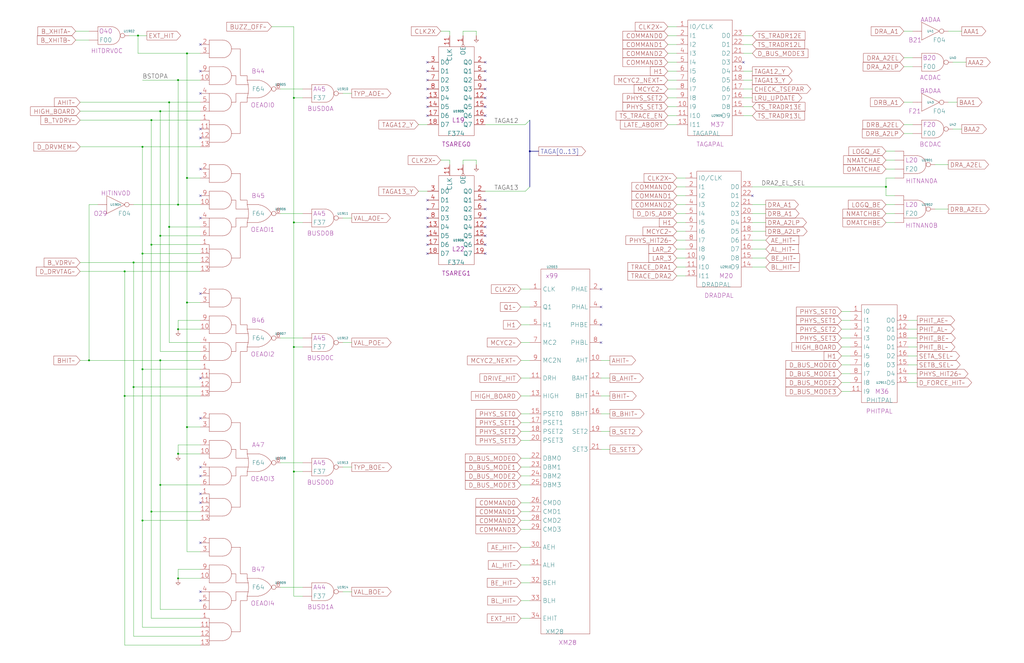
<source format=kicad_sch>
(kicad_sch (version 20230121) (generator eeschema)
  (paper "User" 584.2 378.46)
  (title_block (title "HIT LOGIC") (date "08-MAR-90") (rev "0.0") (comment 1 "MEM32 BOARD") (comment 2 "232-003066") (comment 3 "S400") (comment 4 "RELEASED"))
  (junction (at 81.28 297.18))
  (junction (at 505.46 106.68))
  (junction (at 106.68 101.6))
  (junction (at 81.28 210.82))
  (junction (at 101.6 116.84))
  (junction (at 101.6 45.72))
  (junction (at 76.2 220.98))
  (junction (at 86.36 139.7))
  (junction (at 167.64 198.12))
  (junction (at 106.68 243.84))
  (junction (at 91.44 63.5))
  (junction (at 106.68 30.48))
  (junction (at 86.36 68.58))
  (junction (at 71.12 226.06))
  (junction (at 106.68 172.72))
  (junction (at 76.2 149.86))
  (junction (at 101.6 187.96))
  (junction (at 86.36 292.1))
  (junction (at 91.44 276.86))
  (junction (at 101.6 259.08))
  (junction (at 96.52 58.42))
  (junction (at 91.44 134.62))
  (junction (at 96.52 129.54))
  (junction (at 91.44 205.74))
  (junction (at 302.26 86.36))
  (junction (at 81.28 83.82))
  (junction (at 167.64 269.24))
  (junction (at 78.74 20.32))
  (junction (at 167.64 55.88))
  (junction (at 71.12 154.94))
  (junction (at 81.28 144.78))
  (junction (at 101.6 330.2))
  (junction (at 167.64 127))
  (junction (at 50.8 205.74))
  (no_connect (at 114.3 287.02))
  (no_connect (at 114.3 96.52))
  (no_connect (at 342.9 175.26))
  (no_connect (at 243.84 129.54))
  (no_connect (at 342.9 165.1))
  (no_connect (at 276.86 129.54))
  (no_connect (at 342.9 185.42))
  (no_connect (at 114.3 73.66))
  (no_connect (at 114.3 124.46))
  (no_connect (at 276.86 139.7))
  (no_connect (at 114.3 53.34))
  (no_connect (at 114.3 238.76))
  (no_connect (at 114.3 40.64))
  (no_connect (at 114.3 266.7))
  (no_connect (at 424.18 35.56))
  (no_connect (at 114.3 167.64))
  (no_connect (at 114.3 78.74))
  (no_connect (at 276.86 124.46))
  (no_connect (at 114.3 281.94))
  (no_connect (at 276.86 35.56))
  (no_connect (at 114.3 309.88))
  (no_connect (at 243.84 40.64))
  (no_connect (at 243.84 134.62))
  (no_connect (at 243.84 55.88))
  (no_connect (at 243.84 50.8))
  (no_connect (at 114.3 337.82))
  (no_connect (at 276.86 114.3))
  (no_connect (at 114.3 111.76))
  (no_connect (at 243.84 66.04))
  (no_connect (at 276.86 119.38))
  (no_connect (at 243.84 35.56))
  (no_connect (at 276.86 45.72))
  (no_connect (at 114.3 25.4))
  (no_connect (at 276.86 40.64))
  (no_connect (at 276.86 60.96))
  (no_connect (at 114.3 215.9))
  (no_connect (at 342.9 195.58))
  (no_connect (at 276.86 66.04))
  (no_connect (at 276.86 55.88))
  (no_connect (at 243.84 139.7))
  (no_connect (at 243.84 60.96))
  (no_connect (at 243.84 144.78))
  (no_connect (at 243.84 114.3))
  (no_connect (at 114.3 342.9))
  (no_connect (at 114.3 271.78))
  (no_connect (at 276.86 144.78))
  (no_connect (at 243.84 124.46))
  (no_connect (at 243.84 45.72))
  (no_connect (at 276.86 134.62))
  (no_connect (at 243.84 119.38))
  (no_connect (at 276.86 50.8))
  (no_connect (at 429.26 111.76))
  (bus_entry (at 302.26 68.58) (size -2.54 2.54))
  (bus_entry (at 302.26 106.68) (size -2.54 2.54))
  (wire (pts (xy 195.58 53.34) (xy 200.66 53.34)))
  (wire (pts (xy 505.46 96.52) (xy 510.54 96.52)))
  (wire (pts (xy 297.18 287.02) (xy 302.26 287.02)))
  (wire (pts (xy 167.64 340.36) (xy 172.72 340.36)))
  (wire (pts (xy 386.08 132.08) (xy 391.16 132.08)))
  (wire (pts (xy 271.78 91.44) (xy 271.78 93.98)))
  (wire (pts (xy 81.28 297.18) (xy 114.3 297.18)))
  (wire (pts (xy 386.08 116.84) (xy 391.16 116.84)))
  (wire (pts (xy 297.18 261.62) (xy 302.26 261.62)))
  (wire (pts (xy 543.56 73.66) (xy 548.64 73.66)))
  (wire (pts (xy 195.58 266.7) (xy 200.66 266.7)))
  (wire (pts (xy 381 60.96) (xy 386.08 60.96)))
  (wire (pts (xy 114.3 101.6) (xy 106.68 101.6)))
  (wire (pts (xy 45.72 205.74) (xy 50.8 205.74)))
  (wire (pts (xy 386.08 147.32) (xy 391.16 147.32)))
  (wire (pts (xy 429.26 121.92) (xy 436.88 121.92)))
  (wire (pts (xy 381 20.32) (xy 386.08 20.32)))
  (wire (pts (xy 114.3 314.96) (xy 106.68 314.96)))
  (wire (pts (xy 518.16 187.96) (xy 523.24 187.96)))
  (wire (pts (xy 114.3 139.7) (xy 86.36 139.7)))
  (wire (pts (xy 505.46 111.76) (xy 505.46 106.68)))
  (wire (pts (xy 429.26 152.4) (xy 436.88 152.4)))
  (wire (pts (xy 297.18 195.58) (xy 302.26 195.58)))
  (wire (pts (xy 167.64 127) (xy 167.64 198.12)))
  (wire (pts (xy 71.12 154.94) (xy 114.3 154.94)))
  (wire (pts (xy 505.46 91.44) (xy 510.54 91.44)))
  (wire (pts (xy 429.26 142.24) (xy 436.88 142.24)))
  (wire (pts (xy 154.94 15.24) (xy 167.64 15.24)))
  (wire (pts (xy 297.18 165.1) (xy 302.26 165.1)))
  (wire (pts (xy 91.44 200.66) (xy 91.44 134.62)))
  (wire (pts (xy 78.74 30.48) (xy 106.68 30.48)))
  (wire (pts (xy 73.66 20.32) (xy 78.74 20.32)))
  (wire (pts (xy 86.36 68.58) (xy 114.3 68.58)))
  (wire (pts (xy 50.8 116.84) (xy 55.88 116.84)))
  (wire (pts (xy 78.74 20.32) (xy 83.82 20.32)))
  (wire (pts (xy 45.72 149.86) (xy 76.2 149.86)))
  (wire (pts (xy 114.3 254) (xy 101.6 254)))
  (wire (pts (xy 91.44 134.62) (xy 91.44 63.5)))
  (wire (pts (xy 114.3 325.12) (xy 101.6 325.12)))
  (wire (pts (xy 480.06 177.8) (xy 485.14 177.8)))
  (wire (pts (xy 86.36 139.7) (xy 86.36 68.58)))
  (wire (pts (xy 518.16 193.04) (xy 523.24 193.04)))
  (wire (pts (xy 91.44 205.74) (xy 114.3 205.74)))
  (wire (pts (xy 480.06 213.36) (xy 485.14 213.36)))
  (wire (pts (xy 424.18 66.04) (xy 429.26 66.04)))
  (wire (pts (xy 480.06 193.04) (xy 485.14 193.04)))
  (wire (pts (xy 297.18 205.74) (xy 302.26 205.74)))
  (wire (pts (xy 114.3 368.3) (xy 71.12 368.3)))
  (wire (pts (xy 342.9 226.06) (xy 347.98 226.06)))
  (wire (pts (xy 424.18 20.32) (xy 429.26 20.32)))
  (wire (pts (xy 264.16 17.78) (xy 264.16 20.32)))
  (wire (pts (xy 424.18 50.8) (xy 429.26 50.8)))
  (wire (pts (xy 114.3 134.62) (xy 91.44 134.62)))
  (wire (pts (xy 505.46 101.6) (xy 505.46 106.68)))
  (wire (pts (xy 101.6 254) (xy 101.6 259.08)))
  (wire (pts (xy 515.62 58.42) (xy 520.7 58.42)))
  (wire (pts (xy 101.6 45.72) (xy 114.3 45.72)))
  (wire (pts (xy 81.28 83.82) (xy 114.3 83.82)))
  (wire (pts (xy 386.08 127) (xy 391.16 127)))
  (bus (pts (xy 307.34 86.36) (xy 302.26 86.36)))
  (wire (pts (xy 43.18 22.86) (xy 50.8 22.86)))
  (wire (pts (xy 114.3 195.58) (xy 96.52 195.58)))
  (wire (pts (xy 429.26 137.16) (xy 436.88 137.16)))
  (wire (pts (xy 480.06 198.12) (xy 485.14 198.12)))
  (wire (pts (xy 45.72 63.5) (xy 91.44 63.5)))
  (wire (pts (xy 76.2 220.98) (xy 76.2 363.22)))
  (wire (pts (xy 297.18 302.26) (xy 302.26 302.26)))
  (wire (pts (xy 114.3 200.66) (xy 91.44 200.66)))
  (wire (pts (xy 297.18 185.42) (xy 302.26 185.42)))
  (bus (pts (xy 302.26 86.36) (xy 302.26 68.58)))
  (wire (pts (xy 381 35.56) (xy 386.08 35.56)))
  (wire (pts (xy 76.2 149.86) (xy 76.2 220.98)))
  (wire (pts (xy 195.58 124.46) (xy 200.66 124.46)))
  (wire (pts (xy 541.02 17.78) (xy 548.64 17.78)))
  (wire (pts (xy 505.46 86.36) (xy 510.54 86.36)))
  (wire (pts (xy 45.72 68.58) (xy 86.36 68.58)))
  (wire (pts (xy 505.46 127) (xy 510.54 127)))
  (wire (pts (xy 424.18 25.4) (xy 429.26 25.4)))
  (wire (pts (xy 381 15.24) (xy 386.08 15.24)))
  (wire (pts (xy 381 55.88) (xy 386.08 55.88)))
  (wire (pts (xy 342.9 256.54) (xy 347.98 256.54)))
  (wire (pts (xy 114.3 129.54) (xy 96.52 129.54)))
  (wire (pts (xy 251.46 17.78) (xy 256.54 17.78)))
  (wire (pts (xy 424.18 55.88) (xy 429.26 55.88)))
  (wire (pts (xy 81.28 297.18) (xy 81.28 210.82)))
  (wire (pts (xy 342.9 215.9) (xy 347.98 215.9)))
  (wire (pts (xy 297.18 332.74) (xy 302.26 332.74)))
  (wire (pts (xy 297.18 271.78) (xy 302.26 271.78)))
  (wire (pts (xy 518.16 203.2) (xy 523.24 203.2)))
  (wire (pts (xy 297.18 226.06) (xy 302.26 226.06)))
  (wire (pts (xy 101.6 325.12) (xy 101.6 330.2)))
  (wire (pts (xy 342.9 236.22) (xy 347.98 236.22)))
  (wire (pts (xy 381 50.8) (xy 386.08 50.8)))
  (wire (pts (xy 101.6 116.84) (xy 101.6 45.72)))
  (wire (pts (xy 386.08 137.16) (xy 391.16 137.16)))
  (wire (pts (xy 386.08 111.76) (xy 391.16 111.76)))
  (wire (pts (xy 276.86 71.12) (xy 299.72 71.12)))
  (wire (pts (xy 518.16 182.88) (xy 523.24 182.88)))
  (wire (pts (xy 238.76 109.22) (xy 243.84 109.22)))
  (wire (pts (xy 81.28 210.82) (xy 114.3 210.82)))
  (wire (pts (xy 297.18 292.1) (xy 302.26 292.1)))
  (wire (pts (xy 167.64 269.24) (xy 167.64 340.36)))
  (wire (pts (xy 297.18 353.06) (xy 302.26 353.06)))
  (wire (pts (xy 429.26 132.08) (xy 436.88 132.08)))
  (wire (pts (xy 160.02 264.16) (xy 172.72 264.16)))
  (wire (pts (xy 96.52 129.54) (xy 96.52 58.42)))
  (wire (pts (xy 167.64 198.12) (xy 172.72 198.12)))
  (wire (pts (xy 386.08 101.6) (xy 391.16 101.6)))
  (wire (pts (xy 91.44 276.86) (xy 114.3 276.86)))
  (wire (pts (xy 71.12 226.06) (xy 114.3 226.06)))
  (wire (pts (xy 424.18 60.96) (xy 429.26 60.96)))
  (wire (pts (xy 45.72 154.94) (xy 71.12 154.94)))
  (wire (pts (xy 106.68 314.96) (xy 106.68 243.84)))
  (wire (pts (xy 81.28 45.72) (xy 101.6 45.72)))
  (wire (pts (xy 114.3 353.06) (xy 86.36 353.06)))
  (wire (pts (xy 429.26 106.68) (xy 505.46 106.68)))
  (wire (pts (xy 424.18 40.64) (xy 429.26 40.64)))
  (wire (pts (xy 342.9 246.38) (xy 347.98 246.38)))
  (wire (pts (xy 518.16 218.44) (xy 523.24 218.44)))
  (wire (pts (xy 533.4 119.38) (xy 541.02 119.38)))
  (wire (pts (xy 515.62 76.2) (xy 520.7 76.2)))
  (wire (pts (xy 81.28 210.82) (xy 81.28 144.78)))
  (wire (pts (xy 114.3 182.88) (xy 101.6 182.88)))
  (wire (pts (xy 71.12 368.3) (xy 71.12 226.06)))
  (wire (pts (xy 167.64 55.88) (xy 172.72 55.88)))
  (wire (pts (xy 101.6 187.96) (xy 114.3 187.96)))
  (wire (pts (xy 86.36 292.1) (xy 86.36 353.06)))
  (wire (pts (xy 86.36 139.7) (xy 86.36 292.1)))
  (wire (pts (xy 86.36 292.1) (xy 114.3 292.1)))
  (wire (pts (xy 381 66.04) (xy 386.08 66.04)))
  (wire (pts (xy 96.52 58.42) (xy 114.3 58.42)))
  (wire (pts (xy 160.02 50.8) (xy 172.72 50.8)))
  (wire (pts (xy 106.68 172.72) (xy 106.68 101.6)))
  (wire (pts (xy 160.02 335.28) (xy 172.72 335.28)))
  (wire (pts (xy 297.18 246.38) (xy 302.26 246.38)))
  (wire (pts (xy 480.06 218.44) (xy 485.14 218.44)))
  (wire (pts (xy 264.16 91.44) (xy 264.16 93.98)))
  (wire (pts (xy 76.2 149.86) (xy 114.3 149.86)))
  (wire (pts (xy 81.28 358.14) (xy 81.28 297.18)))
  (wire (pts (xy 505.46 116.84) (xy 510.54 116.84)))
  (wire (pts (xy 106.68 101.6) (xy 106.68 30.48)))
  (wire (pts (xy 297.18 266.7) (xy 302.26 266.7)))
  (wire (pts (xy 518.16 198.12) (xy 523.24 198.12)))
  (wire (pts (xy 505.46 101.6) (xy 510.54 101.6)))
  (wire (pts (xy 424.18 30.48) (xy 429.26 30.48)))
  (wire (pts (xy 480.06 203.2) (xy 485.14 203.2)))
  (wire (pts (xy 276.86 109.22) (xy 299.72 109.22)))
  (wire (pts (xy 297.18 297.18) (xy 302.26 297.18)))
  (wire (pts (xy 45.72 83.82) (xy 81.28 83.82)))
  (wire (pts (xy 297.18 241.3) (xy 302.26 241.3)))
  (wire (pts (xy 429.26 127) (xy 436.88 127)))
  (wire (pts (xy 271.78 17.78) (xy 264.16 17.78)))
  (wire (pts (xy 160.02 193.04) (xy 172.72 193.04)))
  (wire (pts (xy 480.06 223.52) (xy 485.14 223.52)))
  (wire (pts (xy 505.46 121.92) (xy 510.54 121.92)))
  (wire (pts (xy 106.68 172.72) (xy 114.3 172.72)))
  (wire (pts (xy 256.54 91.44) (xy 256.54 93.98)))
  (wire (pts (xy 50.8 205.74) (xy 50.8 116.84)))
  (wire (pts (xy 167.64 127) (xy 172.72 127)))
  (wire (pts (xy 297.18 236.22) (xy 302.26 236.22)))
  (wire (pts (xy 515.62 71.12) (xy 520.7 71.12)))
  (wire (pts (xy 386.08 157.48) (xy 391.16 157.48)))
  (wire (pts (xy 106.68 243.84) (xy 106.68 172.72)))
  (wire (pts (xy 195.58 337.82) (xy 200.66 337.82)))
  (wire (pts (xy 78.74 30.48) (xy 78.74 20.32)))
  (wire (pts (xy 91.44 276.86) (xy 91.44 205.74)))
  (wire (pts (xy 429.26 116.84) (xy 436.88 116.84)))
  (wire (pts (xy 297.18 215.9) (xy 302.26 215.9)))
  (wire (pts (xy 167.64 15.24) (xy 167.64 55.88)))
  (wire (pts (xy 195.58 195.58) (xy 200.66 195.58)))
  (wire (pts (xy 480.06 208.28) (xy 485.14 208.28)))
  (wire (pts (xy 160.02 121.92) (xy 172.72 121.92)))
  (wire (pts (xy 533.4 93.98) (xy 541.02 93.98)))
  (wire (pts (xy 251.46 91.44) (xy 256.54 91.44)))
  (wire (pts (xy 480.06 187.96) (xy 485.14 187.96)))
  (wire (pts (xy 386.08 142.24) (xy 391.16 142.24)))
  (wire (pts (xy 91.44 63.5) (xy 114.3 63.5)))
  (wire (pts (xy 106.68 30.48) (xy 114.3 30.48)))
  (wire (pts (xy 167.64 269.24) (xy 172.72 269.24)))
  (wire (pts (xy 114.3 144.78) (xy 81.28 144.78)))
  (wire (pts (xy 81.28 144.78) (xy 81.28 83.82)))
  (wire (pts (xy 342.9 205.74) (xy 347.98 205.74)))
  (wire (pts (xy 520.7 17.78) (xy 515.62 17.78)))
  (wire (pts (xy 386.08 121.92) (xy 391.16 121.92)))
  (wire (pts (xy 510.54 111.76) (xy 505.46 111.76)))
  (wire (pts (xy 101.6 182.88) (xy 101.6 187.96)))
  (wire (pts (xy 114.3 116.84) (xy 101.6 116.84)))
  (wire (pts (xy 71.12 226.06) (xy 71.12 154.94)))
  (wire (pts (xy 106.68 243.84) (xy 114.3 243.84)))
  (wire (pts (xy 114.3 220.98) (xy 76.2 220.98)))
  (wire (pts (xy 167.64 55.88) (xy 167.64 127)))
  (wire (pts (xy 515.62 33.02) (xy 520.7 33.02)))
  (wire (pts (xy 297.18 175.26) (xy 302.26 175.26)))
  (wire (pts (xy 541.02 58.42) (xy 546.1 58.42)))
  (wire (pts (xy 91.44 347.98) (xy 91.44 276.86)))
  (wire (pts (xy 50.8 205.74) (xy 91.44 205.74)))
  (wire (pts (xy 381 25.4) (xy 386.08 25.4)))
  (wire (pts (xy 114.3 363.22) (xy 76.2 363.22)))
  (wire (pts (xy 114.3 358.14) (xy 81.28 358.14)))
  (wire (pts (xy 381 45.72) (xy 386.08 45.72)))
  (wire (pts (xy 297.18 322.58) (xy 302.26 322.58)))
  (wire (pts (xy 381 40.64) (xy 386.08 40.64)))
  (wire (pts (xy 238.76 71.12) (xy 243.84 71.12)))
  (wire (pts (xy 386.08 152.4) (xy 391.16 152.4)))
  (wire (pts (xy 45.72 58.42) (xy 96.52 58.42)))
  (wire (pts (xy 114.3 347.98) (xy 91.44 347.98)))
  (wire (pts (xy 518.16 213.36) (xy 523.24 213.36)))
  (wire (pts (xy 43.18 17.78) (xy 50.8 17.78)))
  (wire (pts (xy 543.56 35.56) (xy 551.18 35.56)))
  (wire (pts (xy 480.06 182.88) (xy 485.14 182.88)))
  (wire (pts (xy 101.6 259.08) (xy 114.3 259.08)))
  (bus (pts (xy 302.26 86.36) (xy 302.26 106.68)))
  (wire (pts (xy 297.18 251.46) (xy 302.26 251.46)))
  (wire (pts (xy 515.62 38.1) (xy 520.7 38.1)))
  (wire (pts (xy 297.18 312.42) (xy 302.26 312.42)))
  (wire (pts (xy 429.26 147.32) (xy 436.88 147.32)))
  (wire (pts (xy 76.2 116.84) (xy 101.6 116.84)))
  (wire (pts (xy 271.78 91.44) (xy 264.16 91.44)))
  (wire (pts (xy 518.16 208.28) (xy 523.24 208.28)))
  (wire (pts (xy 256.54 17.78) (xy 256.54 20.32)))
  (wire (pts (xy 297.18 342.9) (xy 302.26 342.9)))
  (wire (pts (xy 381 71.12) (xy 386.08 71.12)))
  (wire (pts (xy 101.6 330.2) (xy 114.3 330.2)))
  (wire (pts (xy 297.18 276.86) (xy 302.26 276.86)))
  (wire (pts (xy 381 30.48) (xy 386.08 30.48)))
  (wire (pts (xy 424.18 45.72) (xy 429.26 45.72)))
  (wire (pts (xy 96.52 195.58) (xy 96.52 129.54)))
  (wire (pts (xy 271.78 17.78) (xy 271.78 20.32)))
  (wire (pts (xy 386.08 106.68) (xy 391.16 106.68)))
  (wire (pts (xy 167.64 198.12) (xy 167.64 269.24)))
  (label "TAGA13" (at 281.94 109.22 0) (effects (font (size 2.54 2.54))))
  (label "TAGA12" (at 281.94 71.12 0) (effects (font (size 2.54 2.54))))
  (label "DRA2_EL_SEL" (at 434.34 106.68 0) (effects (font (size 2.54 2.54))))
  (label "BSTOPA" (at 81.28 45.72 0) (effects (font (size 2.54 2.54))))
  (global_label "COMMAND3" (shape input) (at 297.18 302.26 180) (effects (font (size 2.54 2.54))) (property "Intersheetrefs" "${INTERSHEET_REFS}" (at 271.5502 302.1013 0) (effects (font (size 1.905 1.905)) (justify right))))
  (global_label "COMMAND0" (shape input) (at 381 20.32 180) (effects (font (size 2.54 2.54))) (property "Intersheetrefs" "${INTERSHEET_REFS}" (at 355.3702 20.1613 0) (effects (font (size 1.905 1.905)) (justify right))))
  (global_label "COMMAND0" (shape input) (at 297.18 287.02 180) (effects (font (size 2.54 2.54))) (property "Intersheetrefs" "${INTERSHEET_REFS}" (at 271.5502 286.8613 0) (effects (font (size 1.905 1.905)) (justify right))))
  (global_label "AE_HIT~" (shape input) (at 436.88 137.16 0) (effects (font (size 2.54 2.54))) (property "Intersheetrefs" "${INTERSHEET_REFS}" (at 456.7209 137.16 0) (effects (justify left))))
  (global_label "CLK2X" (shape input) (at 251.46 17.78 180) (effects (font (size 2.54 2.54))) (property "Intersheetrefs" "${INTERSHEET_REFS}" (at 227.7654 17.6213 0) (effects (font (size 1.905 1.905)) (justify right))))
  (global_label "B_XHITA~" (shape input) (at 43.18 17.78 180) (effects (font (size 2.54 2.54))) (property "Intersheetrefs" "${INTERSHEET_REFS}" (at 21.6626 17.6213 0) (effects (font (size 1.905 1.905)) (justify right))))
  (global_label "BAA2" (shape output) (at 548.64 73.66 0) (effects (font (size 2.54 2.54))) (property "Intersheetrefs" "${INTERSHEET_REFS}" (at 563.4461 73.66 0) (effects (justify left))))
  (global_label "MCYC2~" (shape input) (at 386.08 132.08 180) (effects (font (size 2.54 2.54))) (property "Intersheetrefs" "${INTERSHEET_REFS}" (at 366.8607 131.9213 0) (effects (font (size 1.905 1.905)) (justify right))))
  (global_label "B_BHIT~" (shape output) (at 347.98 236.22 0) (effects (font (size 2.54 2.54))) (property "Intersheetrefs" "${INTERSHEET_REFS}" (at 367.4412 236.0613 0) (effects (font (size 1.905 1.905)) (justify left))))
  (global_label "AHIT~" (shape input) (at 45.72 58.42 180) (effects (font (size 2.54 2.54))) (property "Intersheetrefs" "${INTERSHEET_REFS}" (at 31.0969 58.2613 0) (effects (font (size 1.905 1.905)) (justify right))))
  (global_label "DRA_A1" (shape output) (at 436.88 116.84 0) (effects (font (size 2.54 2.54))) (property "Intersheetrefs" "${INTERSHEET_REFS}" (at 455.4946 116.6813 0) (effects (font (size 1.905 1.905)) (justify left))))
  (global_label "LATE_ABORT" (shape input) (at 381 71.12 180) (effects (font (size 2.54 2.54))) (property "Intersheetrefs" "${INTERSHEET_REFS}" (at 353.9188 70.9613 0) (effects (font (size 1.905 1.905)) (justify right))))
  (global_label "TYP_BOE~" (shape output) (at 200.66 266.7 0) (effects (font (size 2.54 2.54))) (property "Intersheetrefs" "${INTERSHEET_REFS}" (at 223.387 266.5413 0) (effects (font (size 1.905 1.905)) (justify left))))
  (global_label "BHIT~" (shape output) (at 347.98 226.06 0) (effects (font (size 2.54 2.54))) (property "Intersheetrefs" "${INTERSHEET_REFS}" (at 362.966 225.9013 0) (effects (font (size 1.905 1.905)) (justify left))))
  (global_label "D_BUS_MODE3" (shape input) (at 429.26 30.48 0) (effects (font (size 2.54 2.54))) (property "Intersheetrefs" "${INTERSHEET_REFS}" (at 460.9374 30.3213 0) (effects (font (size 1.905 1.905)) (justify left))))
  (global_label "H1" (shape input) (at 480.06 203.2 180) (effects (font (size 2.54 2.54))) (property "Intersheetrefs" "${INTERSHEET_REFS}" (at 470.154 203.0413 0) (effects (font (size 1.905 1.905)) (justify right))))
  (global_label "TAGA12_Y" (shape input) (at 238.76 71.12 180) (effects (font (size 2.54 2.54))) (property "Intersheetrefs" "${INTERSHEET_REFS}" (at 216.154 71.2787 0) (effects (font (size 1.905 1.905)) (justify right))))
  (global_label "AHIT~" (shape output) (at 347.98 205.74 0) (effects (font (size 2.54 2.54))) (property "Intersheetrefs" "${INTERSHEET_REFS}" (at 362.6031 205.5813 0) (effects (font (size 1.905 1.905)) (justify left))))
  (global_label "LAR_3" (shape input) (at 386.08 147.32 180) (effects (font (size 2.54 2.54))) (property "Intersheetrefs" "${INTERSHEET_REFS}" (at 370.1264 147.1613 0) (effects (font (size 1.905 1.905)) (justify right))))
  (global_label "AE_HIT~" (shape input) (at 297.18 312.42 180) (effects (font (size 2.54 2.54))) (property "Intersheetrefs" "${INTERSHEET_REFS}" (at 277.3391 312.42 0) (effects (font (size 2.54 2.54)) (justify right))))
  (global_label "PHYS_HIT26~" (shape input) (at 386.08 137.16 180) (effects (font (size 2.54 2.54))) (property "Intersheetrefs" "${INTERSHEET_REFS}" (at 356.0792 137.16 0) (effects (justify right))))
  (global_label "AL_HIT~" (shape input) (at 297.18 322.58 180) (effects (font (size 2.54 2.54))) (property "Intersheetrefs" "${INTERSHEET_REFS}" (at 277.581 322.58 0) (effects (font (size 2.54 2.54)) (justify right))))
  (global_label "B_SET2" (shape output) (at 347.98 246.38 0) (effects (font (size 2.54 2.54))) (property "Intersheetrefs" "${INTERSHEET_REFS}" (at 366.3527 246.2213 0) (effects (font (size 1.905 1.905)) (justify left))))
  (global_label "DRB_A2EL" (shape output) (at 541.02 119.38 0) (effects (font (size 2.54 2.54))) (property "Intersheetrefs" "${INTERSHEET_REFS}" (at 564.3517 119.2213 0) (effects (font (size 1.905 1.905)) (justify left))))
  (global_label "DRB_A1" (shape output) (at 436.88 121.92 0) (effects (font (size 2.54 2.54))) (property "Intersheetrefs" "${INTERSHEET_REFS}" (at 455.8574 121.7613 0) (effects (font (size 1.905 1.905)) (justify left))))
  (global_label "PHYS_HIT26~" (shape output) (at 523.24 213.36 0) (effects (font (size 2.54 2.54))) (property "Intersheetrefs" "${INTERSHEET_REFS}" (at 552.2565 213.2013 0) (effects (font (size 1.905 1.905)) (justify left))))
  (global_label "VAL_BOE~" (shape output) (at 200.66 337.82 0) (effects (font (size 2.54 2.54))) (property "Intersheetrefs" "${INTERSHEET_REFS}" (at 223.145 337.6613 0) (effects (font (size 1.905 1.905)) (justify left))))
  (global_label "HIGH_BOARD" (shape input) (at 45.72 63.5 180) (effects (font (size 2.54 2.54))) (property "Intersheetrefs" "${INTERSHEET_REFS}" (at 17.4292 63.3413 0) (effects (font (size 1.905 1.905)) (justify right))))
  (global_label "EXT_HIT" (shape input) (at 297.18 353.06 180) (effects (font (size 2.54 2.54))) (property "Intersheetrefs" "${INTERSHEET_REFS}" (at 277.9607 352.9013 0) (effects (font (size 1.905 1.905)) (justify right))))
  (global_label "D_BUS_MODE2" (shape input) (at 480.06 218.44 180) (effects (font (size 2.54 2.54))) (property "Intersheetrefs" "${INTERSHEET_REFS}" (at 448.3826 218.2813 0) (effects (font (size 1.905 1.905)) (justify right))))
  (global_label "TS_TRADR12L" (shape input) (at 429.26 25.4 0) (effects (font (size 2.54 2.54))) (property "Intersheetrefs" "${INTERSHEET_REFS}" (at 459.0022 25.2413 0) (effects (font (size 1.905 1.905)) (justify left))))
  (global_label "NMATCHBE" (shape input) (at 505.46 121.92 180) (effects (font (size 2.54 2.54))) (property "Intersheetrefs" "${INTERSHEET_REFS}" (at 479.9342 121.92 0) (effects (justify right))))
  (global_label "DRA_A2EL" (shape output) (at 541.02 93.98 0) (effects (font (size 2.54 2.54))) (property "Intersheetrefs" "${INTERSHEET_REFS}" (at 563.9889 93.8213 0) (effects (font (size 1.905 1.905)) (justify left))))
  (global_label "TS_TRACE_EN" (shape input) (at 381 66.04 180) (effects (font (size 2.54 2.54))) (property "Intersheetrefs" "${INTERSHEET_REFS}" (at 351.4997 65.8813 0) (effects (font (size 1.905 1.905)) (justify right))))
  (global_label "DRIVE_HIT" (shape input) (at 297.18 215.9 180) (effects (font (size 2.54 2.54))) (property "Intersheetrefs" "${INTERSHEET_REFS}" (at 273.8483 215.7413 0) (effects (font (size 1.905 1.905)) (justify right))))
  (global_label "LOGQ_AE" (shape input) (at 505.46 86.36 180) (effects (font (size 2.54 2.54))) (property "Intersheetrefs" "${INTERSHEET_REFS}" (at 483.3209 86.36 0) (effects (justify right))))
  (global_label "AAA1" (shape output) (at 548.64 17.78 0) (effects (font (size 2.54 2.54))) (property "Intersheetrefs" "${INTERSHEET_REFS}" (at 563.0832 17.78 0) (effects (justify left))))
  (global_label "MCYC2_NEXT~" (shape input) (at 381 45.72 180) (effects (font (size 2.54 2.54))) (property "Intersheetrefs" "${INTERSHEET_REFS}" (at 350.5321 45.5613 0) (effects (font (size 1.905 1.905)) (justify right))))
  (global_label "VAL_AOE~" (shape output) (at 200.66 124.46 0) (effects (font (size 2.54 2.54))) (property "Intersheetrefs" "${INTERSHEET_REFS}" (at 222.7822 124.3013 0) (effects (font (size 1.905 1.905)) (justify left))))
  (global_label "TAGA[0..13]" (shape output) (at 307.34 86.36 0) (effects (font (size 2.54 2.54))) (property "Intersheetrefs" "${INTERSHEET_REFS}" (at 338.6546 86.2013 0) (effects (font (size 1.905 1.905)) (justify left))))
  (global_label "DRA_A2EL" (shape input) (at 515.62 33.02 180) (effects (font (size 2.54 2.54))) (property "Intersheetrefs" "${INTERSHEET_REFS}" (at 492.6511 32.8613 0) (effects (font (size 1.905 1.905)) (justify right))))
  (global_label "H1" (shape input) (at 386.08 127 180) (effects (font (size 2.54 2.54))) (property "Intersheetrefs" "${INTERSHEET_REFS}" (at 376.174 126.8413 0) (effects (font (size 1.905 1.905)) (justify right))))
  (global_label "TS_TRADR13L" (shape input) (at 429.26 66.04 0) (effects (font (size 2.54 2.54))) (property "Intersheetrefs" "${INTERSHEET_REFS}" (at 459.0022 65.8813 0) (effects (font (size 1.905 1.905)) (justify left))))
  (global_label "TYP_AOE~" (shape output) (at 200.66 53.34 0) (effects (font (size 2.54 2.54))) (property "Intersheetrefs" "${INTERSHEET_REFS}" (at 223.0241 53.1813 0) (effects (font (size 1.905 1.905)) (justify left))))
  (global_label "SETA_SEL~" (shape output) (at 523.24 203.2 0) (effects (font (size 2.54 2.54))) (property "Intersheetrefs" "${INTERSHEET_REFS}" (at 547.4184 203.0413 0) (effects (font (size 1.905 1.905)) (justify left))))
  (global_label "BHIT~" (shape input) (at 45.72 205.74 180) (effects (font (size 2.54 2.54))) (property "Intersheetrefs" "${INTERSHEET_REFS}" (at 30.734 205.5813 0) (effects (font (size 1.905 1.905)) (justify right))))
  (global_label "HIGH_BOARD" (shape input) (at 297.18 226.06 180) (effects (font (size 2.54 2.54))) (property "Intersheetrefs" "${INTERSHEET_REFS}" (at 268.8892 225.9013 0) (effects (font (size 1.905 1.905)) (justify right))))
  (global_label "AL_HIT~" (shape input) (at 436.88 142.24 0) (effects (font (size 2.54 2.54))) (property "Intersheetrefs" "${INTERSHEET_REFS}" (at 456.479 142.24 0) (effects (justify left))))
  (global_label "B_SET3" (shape output) (at 347.98 256.54 0) (effects (font (size 2.54 2.54))) (property "Intersheetrefs" "${INTERSHEET_REFS}" (at 366.3527 256.3813 0) (effects (font (size 1.905 1.905)) (justify left))))
  (global_label "LOGQ_BE" (shape input) (at 505.46 116.84 180) (effects (font (size 2.54 2.54))) (property "Intersheetrefs" "${INTERSHEET_REFS}" (at 482.958 116.84 0) (effects (justify right))))
  (global_label "AAA2" (shape output) (at 551.18 35.56 0) (effects (font (size 2.54 2.54))) (property "Intersheetrefs" "${INTERSHEET_REFS}" (at 565.6232 35.56 0) (effects (justify left))))
  (global_label "DRA_A2LP" (shape output) (at 436.88 127 0) (effects (font (size 2.54 2.54))) (property "Intersheetrefs" "${INTERSHEET_REFS}" (at 460.0908 126.8413 0) (effects (font (size 1.905 1.905)) (justify left))))
  (global_label "DRA_A1" (shape input) (at 515.62 17.78 180) (effects (font (size 2.54 2.54))) (property "Intersheetrefs" "${INTERSHEET_REFS}" (at 497.0054 17.6213 0) (effects (font (size 1.905 1.905)) (justify right))))
  (global_label "PHIT_BL~" (shape output) (at 523.24 198.12 0) (effects (font (size 2.54 2.54))) (property "Intersheetrefs" "${INTERSHEET_REFS}" (at 544.7574 197.9613 0) (effects (font (size 1.905 1.905)) (justify left))))
  (global_label "H1" (shape input) (at 297.18 185.42 180) (effects (font (size 2.54 2.54))) (property "Intersheetrefs" "${INTERSHEET_REFS}" (at 287.274 185.2613 0) (effects (font (size 1.905 1.905)) (justify right))))
  (global_label "D_BUS_MODE3" (shape input) (at 480.06 223.52 180) (effects (font (size 2.54 2.54))) (property "Intersheetrefs" "${INTERSHEET_REFS}" (at 448.3826 223.3613 0) (effects (font (size 1.905 1.905)) (justify right))))
  (global_label "MCYC2~" (shape input) (at 297.18 195.58 180) (effects (font (size 2.54 2.54))) (property "Intersheetrefs" "${INTERSHEET_REFS}" (at 277.9607 195.4213 0) (effects (font (size 1.905 1.905)) (justify right))))
  (global_label "DRB_A2EL" (shape input) (at 515.62 71.12 180) (effects (font (size 2.54 2.54))) (property "Intersheetrefs" "${INTERSHEET_REFS}" (at 492.2883 70.9613 0) (effects (font (size 1.905 1.905)) (justify right))))
  (global_label "PHYS_SET0" (shape input) (at 480.06 177.8 180) (effects (font (size 2.54 2.54))) (property "Intersheetrefs" "${INTERSHEET_REFS}" (at 454.4302 177.6413 0) (effects (font (size 1.905 1.905)) (justify right))))
  (global_label "D_FORCE_HIT~" (shape output) (at 523.24 218.44 0) (effects (font (size 2.54 2.54))) (property "Intersheetrefs" "${INTERSHEET_REFS}" (at 554.3127 218.2813 0) (effects (font (size 1.905 1.905)) (justify left))))
  (global_label "MCYC2_NEXT~" (shape input) (at 297.18 205.74 180) (effects (font (size 2.54 2.54))) (property "Intersheetrefs" "${INTERSHEET_REFS}" (at 266.7121 205.5813 0) (effects (font (size 1.905 1.905)) (justify right))))
  (global_label "SETB_SEL~" (shape output) (at 523.24 208.28 0) (effects (font (size 2.54 2.54))) (property "Intersheetrefs" "${INTERSHEET_REFS}" (at 547.7812 208.1213 0) (effects (font (size 1.905 1.905)) (justify left))))
  (global_label "B_XHITB~" (shape input) (at 43.18 22.86 180) (effects (font (size 2.54 2.54))) (property "Intersheetrefs" "${INTERSHEET_REFS}" (at 21.2997 22.7013 0) (effects (font (size 1.905 1.905)) (justify right))))
  (global_label "D_DRVTAG~" (shape input) (at 45.72 154.94 180) (effects (font (size 2.54 2.54))) (property "Intersheetrefs" "${INTERSHEET_REFS}" (at 20.695 154.7813 0) (effects (font (size 1.905 1.905)) (justify right))))
  (global_label "PHYS_SET2" (shape input) (at 381 55.88 180) (effects (font (size 2.54 2.54))) (property "Intersheetrefs" "${INTERSHEET_REFS}" (at 355.3702 55.7213 0) (effects (font (size 1.905 1.905)) (justify right))))
  (global_label "BL_HIT~" (shape input) (at 297.18 342.9 180) (effects (font (size 2.54 2.54))) (property "Intersheetrefs" "${INTERSHEET_REFS}" (at 277.2181 342.9 0) (effects (font (size 2.54 2.54)) (justify right))))
  (global_label "LAR_2" (shape input) (at 386.08 142.24 180) (effects (font (size 2.54 2.54))) (property "Intersheetrefs" "${INTERSHEET_REFS}" (at 370.1264 142.0813 0) (effects (font (size 1.905 1.905)) (justify right))))
  (global_label "BE_HIT~" (shape input) (at 297.18 332.74 180) (effects (font (size 2.54 2.54))) (property "Intersheetrefs" "${INTERSHEET_REFS}" (at 276.9762 332.74 0) (effects (font (size 2.54 2.54)) (justify right))))
  (global_label "TAGA13_Y" (shape output) (at 429.26 45.72 0) (effects (font (size 2.54 2.54))) (property "Intersheetrefs" "${INTERSHEET_REFS}" (at 451.866 45.5613 0) (effects (font (size 1.905 1.905)) (justify left))))
  (global_label "CLK2X~" (shape input) (at 386.08 101.6 180) (effects (font (size 2.54 2.54))) (property "Intersheetrefs" "${INTERSHEET_REFS}" (at 362.5064 101.4413 0) (effects (font (size 1.905 1.905)) (justify right))))
  (global_label "COMMAND3" (shape input) (at 381 35.56 180) (effects (font (size 2.54 2.54))) (property "Intersheetrefs" "${INTERSHEET_REFS}" (at 355.3702 35.4013 0) (effects (font (size 1.905 1.905)) (justify right))))
  (global_label "COMMAND0" (shape input) (at 386.08 106.68 180) (effects (font (size 2.54 2.54))) (property "Intersheetrefs" "${INTERSHEET_REFS}" (at 360.4502 106.5213 0) (effects (font (size 1.905 1.905)) (justify right))))
  (global_label "TRACE_DRA2" (shape input) (at 386.08 157.48 180) (effects (font (size 2.54 2.54))) (property "Intersheetrefs" "${INTERSHEET_REFS}" (at 358.1521 157.3213 0) (effects (font (size 1.905 1.905)) (justify right))))
  (global_label "D_BUS_MODE3" (shape input) (at 297.18 276.86 180) (effects (font (size 2.54 2.54))) (property "Intersheetrefs" "${INTERSHEET_REFS}" (at 265.5026 276.7013 0) (effects (font (size 1.905 1.905)) (justify right))))
  (global_label "D_BUS_MODE0" (shape input) (at 480.06 208.28 180) (effects (font (size 2.54 2.54))) (property "Intersheetrefs" "${INTERSHEET_REFS}" (at 448.3826 208.1213 0) (effects (font (size 1.905 1.905)) (justify right))))
  (global_label "COMMAND2" (shape input) (at 386.08 116.84 180) (effects (font (size 2.54 2.54))) (property "Intersheetrefs" "${INTERSHEET_REFS}" (at 360.4502 116.6813 0) (effects (font (size 1.905 1.905)) (justify right))))
  (global_label "COMMAND2" (shape input) (at 381 30.48 180) (effects (font (size 2.54 2.54))) (property "Intersheetrefs" "${INTERSHEET_REFS}" (at 355.3702 30.3213 0) (effects (font (size 1.905 1.905)) (justify right))))
  (global_label "PHYS_SET2" (shape input) (at 297.18 246.38 180) (effects (font (size 2.54 2.54))) (property "Intersheetrefs" "${INTERSHEET_REFS}" (at 271.5502 246.2213 0) (effects (font (size 1.905 1.905)) (justify right))))
  (global_label "OMATCHBE" (shape input) (at 505.46 127 180) (effects (font (size 2.54 2.54))) (property "Intersheetrefs" "${INTERSHEET_REFS}" (at 479.9342 127 0) (effects (justify right))))
  (global_label "DRB_A2LP" (shape output) (at 436.88 132.08 0) (effects (font (size 2.54 2.54))) (property "Intersheetrefs" "${INTERSHEET_REFS}" (at 460.4536 131.9213 0) (effects (font (size 1.905 1.905)) (justify left))))
  (global_label "DRB_A1" (shape input) (at 515.62 58.42 180) (effects (font (size 2.54 2.54))) (property "Intersheetrefs" "${INTERSHEET_REFS}" (at 496.6426 58.2613 0) (effects (font (size 1.905 1.905)) (justify right))))
  (global_label "BL_HIT~" (shape input) (at 436.88 152.4 0) (effects (font (size 2.54 2.54))) (property "Intersheetrefs" "${INTERSHEET_REFS}" (at 456.8419 152.4 0) (effects (justify left))))
  (global_label "OMATCHAE" (shape input) (at 505.46 96.52 180) (effects (font (size 2.54 2.54))) (property "Intersheetrefs" "${INTERSHEET_REFS}" (at 480.2971 96.52 0) (effects (justify right))))
  (global_label "NMATCHAE" (shape input) (at 505.46 91.44 180) (effects (font (size 2.54 2.54))) (property "Intersheetrefs" "${INTERSHEET_REFS}" (at 480.2971 91.44 0) (effects (justify right))))
  (global_label "TAGA12_Y" (shape output) (at 429.26 40.64 0) (effects (font (size 2.54 2.54))) (property "Intersheetrefs" "${INTERSHEET_REFS}" (at 451.866 40.4813 0) (effects (font (size 1.905 1.905)) (justify left))))
  (global_label "PHIT_BE~" (shape output) (at 523.24 193.04 0) (effects (font (size 2.54 2.54))) (property "Intersheetrefs" "${INTERSHEET_REFS}" (at 544.9993 192.8813 0) (effects (font (size 1.905 1.905)) (justify left))))
  (global_label "D_BUS_MODE1" (shape input) (at 480.06 213.36 180) (effects (font (size 2.54 2.54))) (property "Intersheetrefs" "${INTERSHEET_REFS}" (at 448.3826 213.2013 0) (effects (font (size 1.905 1.905)) (justify right))))
  (global_label "CHECK_TSEPAR" (shape output) (at 429.26 50.8 0) (effects (font (size 2.54 2.54))) (property "Intersheetrefs" "${INTERSHEET_REFS}" (at 462.5098 50.6413 0) (effects (font (size 1.905 1.905)) (justify left))))
  (global_label "COMMAND1" (shape input) (at 297.18 292.1 180) (effects (font (size 2.54 2.54))) (property "Intersheetrefs" "${INTERSHEET_REFS}" (at 271.5502 291.9413 0) (effects (font (size 1.905 1.905)) (justify right))))
  (global_label "PHIT_AE~" (shape output) (at 523.24 182.88 0) (effects (font (size 2.54 2.54))) (property "Intersheetrefs" "${INTERSHEET_REFS}" (at 544.6365 182.7213 0) (effects (font (size 1.905 1.905)) (justify left))))
  (global_label "PHYS_SET0" (shape input) (at 297.18 236.22 180) (effects (font (size 2.54 2.54))) (property "Intersheetrefs" "${INTERSHEET_REFS}" (at 271.5502 236.0613 0) (effects (font (size 1.905 1.905)) (justify right))))
  (global_label "BE_HIT~" (shape input) (at 436.88 147.32 0) (effects (font (size 2.54 2.54))) (property "Intersheetrefs" "${INTERSHEET_REFS}" (at 457.0838 147.32 0) (effects (justify left))))
  (global_label "CLK2X~" (shape input) (at 251.46 91.44 180) (effects (font (size 2.54 2.54))) (property "Intersheetrefs" "${INTERSHEET_REFS}" (at 227.8864 91.2813 0) (effects (font (size 1.905 1.905)) (justify right))))
  (global_label "TS_TRADR12E" (shape input) (at 429.26 20.32 0) (effects (font (size 2.54 2.54))) (property "Intersheetrefs" "${INTERSHEET_REFS}" (at 459.2441 20.1613 0) (effects (font (size 1.905 1.905)) (justify left))))
  (global_label "PHYS_SET1" (shape input) (at 480.06 182.88 180) (effects (font (size 2.54 2.54))) (property "Intersheetrefs" "${INTERSHEET_REFS}" (at 454.4302 182.7213 0) (effects (font (size 1.905 1.905)) (justify right))))
  (global_label "PHYS_SET3" (shape input) (at 381 60.96 180) (effects (font (size 2.54 2.54))) (property "Intersheetrefs" "${INTERSHEET_REFS}" (at 355.3702 60.8013 0) (effects (font (size 1.905 1.905)) (justify right))))
  (global_label "B_VDRV~" (shape input) (at 45.72 149.86 180) (effects (font (size 2.54 2.54))) (property "Intersheetrefs" "${INTERSHEET_REFS}" (at 25.1702 149.7013 0) (effects (font (size 1.905 1.905)) (justify right))))
  (global_label "D_BUS_MODE1" (shape input) (at 297.18 266.7 180) (effects (font (size 2.54 2.54))) (property "Intersheetrefs" "${INTERSHEET_REFS}" (at 265.5026 266.5413 0) (effects (font (size 1.905 1.905)) (justify right))))
  (global_label "LRU_UPDATE" (shape output) (at 429.26 55.88 0) (effects (font (size 2.54 2.54))) (property "Intersheetrefs" "${INTERSHEET_REFS}" (at 457.4298 55.7213 0) (effects (font (size 1.905 1.905)) (justify left))))
  (global_label "TS_TRADR13E" (shape input) (at 429.26 60.96 0) (effects (font (size 2.54 2.54))) (property "Intersheetrefs" "${INTERSHEET_REFS}" (at 459.2441 60.8013 0) (effects (font (size 1.905 1.905)) (justify left))))
  (global_label "BAA1" (shape output) (at 546.1 58.42 0) (effects (font (size 2.54 2.54))) (property "Intersheetrefs" "${INTERSHEET_REFS}" (at 560.9061 58.42 0) (effects (justify left))))
  (global_label "TRACE_DRA1" (shape input) (at 386.08 152.4 180) (effects (font (size 2.54 2.54))) (property "Intersheetrefs" "${INTERSHEET_REFS}" (at 358.1521 152.2413 0) (effects (font (size 1.905 1.905)) (justify right))))
  (global_label "DRB_A2LP" (shape input) (at 515.62 76.2 180) (effects (font (size 2.54 2.54))) (property "Intersheetrefs" "${INTERSHEET_REFS}" (at 492.0464 76.0413 0) (effects (font (size 1.905 1.905)) (justify right))))
  (global_label "BUZZ_OFF~" (shape input) (at 154.94 15.24 180) (effects (font (size 2.54 2.54))) (property "Intersheetrefs" "${INTERSHEET_REFS}" (at 129.3102 15.0813 0) (effects (font (size 1.905 1.905)) (justify right))))
  (global_label "CLK2X~" (shape input) (at 381 15.24 180) (effects (font (size 2.54 2.54))) (property "Intersheetrefs" "${INTERSHEET_REFS}" (at 357.4264 15.0813 0) (effects (font (size 1.905 1.905)) (justify right))))
  (global_label "MCYC2~" (shape input) (at 381 50.8 180) (effects (font (size 2.54 2.54))) (property "Intersheetrefs" "${INTERSHEET_REFS}" (at 361.7807 50.6413 0) (effects (font (size 1.905 1.905)) (justify right))))
  (global_label "D_BUS_MODE2" (shape input) (at 297.18 271.78 180) (effects (font (size 2.54 2.54))) (property "Intersheetrefs" "${INTERSHEET_REFS}" (at 265.5026 271.6213 0) (effects (font (size 1.905 1.905)) (justify right))))
  (global_label "COMMAND1" (shape input) (at 381 25.4 180) (effects (font (size 2.54 2.54))) (property "Intersheetrefs" "${INTERSHEET_REFS}" (at 355.3702 25.2413 0) (effects (font (size 1.905 1.905)) (justify right))))
  (global_label "B_TVDRV~" (shape input) (at 45.72 68.58 180) (effects (font (size 2.54 2.54))) (property "Intersheetrefs" "${INTERSHEET_REFS}" (at 23.235 68.4213 0) (effects (font (size 1.905 1.905)) (justify right))))
  (global_label "HIGH_BOARD" (shape input) (at 480.06 198.12 180) (effects (font (size 2.54 2.54))) (property "Intersheetrefs" "${INTERSHEET_REFS}" (at 451.7692 197.9613 0) (effects (font (size 1.905 1.905)) (justify right))))
  (global_label "D_DRVMEM~" (shape input) (at 45.72 83.82 180) (effects (font (size 2.54 2.54))) (property "Intersheetrefs" "${INTERSHEET_REFS}" (at 19.2435 83.6613 0) (effects (font (size 1.905 1.905)) (justify right))))
  (global_label "COMMAND2" (shape input) (at 297.18 297.18 180) (effects (font (size 2.54 2.54))) (property "Intersheetrefs" "${INTERSHEET_REFS}" (at 271.5502 297.0213 0) (effects (font (size 1.905 1.905)) (justify right))))
  (global_label "H1" (shape input) (at 381 40.64 180) (effects (font (size 2.54 2.54))) (property "Intersheetrefs" "${INTERSHEET_REFS}" (at 371.094 40.4813 0) (effects (font (size 1.905 1.905)) (justify right))))
  (global_label "D_BUS_MODE0" (shape input) (at 297.18 261.62 180) (effects (font (size 2.54 2.54))) (property "Intersheetrefs" "${INTERSHEET_REFS}" (at 265.5026 261.4613 0) (effects (font (size 1.905 1.905)) (justify right))))
  (global_label "PHYS_SET3" (shape input) (at 480.06 193.04 180) (effects (font (size 2.54 2.54))) (property "Intersheetrefs" "${INTERSHEET_REFS}" (at 454.4302 192.8813 0) (effects (font (size 1.905 1.905)) (justify right))))
  (global_label "VAL_POE~" (shape output) (at 200.66 195.58 0) (effects (font (size 2.54 2.54))) (property "Intersheetrefs" "${INTERSHEET_REFS}" (at 223.145 195.4213 0) (effects (font (size 1.905 1.905)) (justify left))))
  (global_label "PHIT_AL~" (shape output) (at 523.24 187.96 0) (effects (font (size 2.54 2.54))) (property "Intersheetrefs" "${INTERSHEET_REFS}" (at 544.3946 187.8013 0) (effects (font (size 1.905 1.905)) (justify left))))
  (global_label "D_DIS_ADR" (shape input) (at 386.08 121.92 180) (effects (font (size 2.54 2.54))) (property "Intersheetrefs" "${INTERSHEET_REFS}" (at 361.4178 121.7613 0) (effects (font (size 1.905 1.905)) (justify right))))
  (global_label "PHYS_SET3" (shape input) (at 297.18 251.46 180) (effects (font (size 2.54 2.54))) (property "Intersheetrefs" "${INTERSHEET_REFS}" (at 271.5502 251.3013 0) (effects (font (size 1.905 1.905)) (justify right))))
  (global_label "COMMAND1" (shape input) (at 386.08 111.76 180) (effects (font (size 2.54 2.54))) (property "Intersheetrefs" "${INTERSHEET_REFS}" (at 360.4502 111.6013 0) (effects (font (size 1.905 1.905)) (justify right))))
  (global_label "PHYS_SET2" (shape input) (at 480.06 187.96 180) (effects (font (size 2.54 2.54))) (property "Intersheetrefs" "${INTERSHEET_REFS}" (at 454.4302 187.8013 0) (effects (font (size 1.905 1.905)) (justify right))))
  (global_label "DRA_A2LP" (shape input) (at 515.62 38.1 180) (effects (font (size 2.54 2.54))) (property "Intersheetrefs" "${INTERSHEET_REFS}" (at 492.4092 37.9413 0) (effects (font (size 1.905 1.905)) (justify right))))
  (global_label "PHYS_SET1" (shape input) (at 297.18 241.3 180) (effects (font (size 2.54 2.54))) (property "Intersheetrefs" "${INTERSHEET_REFS}" (at 271.5502 241.1413 0) (effects (font (size 1.905 1.905)) (justify right))))
  (global_label "CLK2X" (shape input) (at 297.18 165.1 180) (effects (font (size 2.54 2.54))) (property "Intersheetrefs" "${INTERSHEET_REFS}" (at 279.3953 165.1 0) (effects (font (size 1.905 1.905)) (justify right))))
  (global_label "TAGA13_Y" (shape input) (at 238.76 109.22 180) (effects (font (size 2.54 2.54))) (property "Intersheetrefs" "${INTERSHEET_REFS}" (at 216.154 109.0613 0) (effects (font (size 1.905 1.905)) (justify right))))
  (global_label "B_AHIT~" (shape output) (at 347.98 215.9 0) (effects (font (size 2.54 2.54))) (property "Intersheetrefs" "${INTERSHEET_REFS}" (at 367.0784 215.7413 0) (effects (font (size 1.905 1.905)) (justify left))))
  (global_label "Q1~" (shape input) (at 297.18 175.26 180) (effects (font (size 2.54 2.54))) (property "Intersheetrefs" "${INTERSHEET_REFS}" (at 280.5007 175.1013 0) (effects (font (size 1.905 1.905)) (justify right))))
  (global_label "EXT_HIT" (shape output) (at 83.82 20.32 0) (effects (font (size 2.54 2.54))) (property "Intersheetrefs" "${INTERSHEET_REFS}" (at 103.0393 20.1613 0) (effects (font (size 1.905 1.905)) (justify left))))
  (symbol (lib_id "r1000:F64") (at 144.78 264.16 0) (unit 1)
    (property "Reference" "U1908" (at 160.02 261.62 0))
    (property "Value" "F64" (at 147.32 264.16 0) (effects (font (size 2.54 2.54))))
    (property "Location" "A47" (at 147.32 254 0) (effects (font (size 2.54 2.54))))
    (property "Name" "OEAOI3" (at 149.86 274.78 0) (effects (font (size 2.54 2.54)) (justify bottom)))
  )
  (symbol (lib_id "r1000:F64") (at 144.78 50.8 0) (unit 1)
    (property "Reference" "U1905" (at 160.02 48.26 0))
    (property "Value" "F64" (at 147.32 50.8 0) (effects (font (size 2.54 2.54))))
    (property "Location" "B44" (at 147.32 40.64 0) (effects (font (size 2.54 2.54))))
    (property "Name" "OEAOI0" (at 149.86 61.42 0) (effects (font (size 2.54 2.54)) (justify bottom)))
  )
  (symbol (lib_id "r1000:F20") (at 520.7 93.98 0) (unit 1)
    (property "Reference" "U2901" (at 528.955 91.44 0))
    (property "Value" "F20" (at 520.065 96.52 0) (effects (font (size 2.54 2.54))))
    (property "Location" "L20" (at 520.065 91.44 0) (effects (font (size 2.54 2.54))))
    (property "Name" "HITNAN0A" (at 525.78 104.775 0) (effects (font (size 2.54 2.54)) (justify bottom)))
  )
  (symbol (lib_id "r1000:F37") (at 180.34 193.04 0) (unit 1)
    (property "Reference" "U1912" (at 195.58 193.04 0))
    (property "Value" "F37" (at 182.245 198.12 0) (effects (font (size 2.54 2.54))))
    (property "Location" "A45" (at 182.245 193.04 0) (effects (font (size 2.54 2.54))))
    (property "Name" "BUSD0C" (at 182.88 205.74 0) (effects (font (size 2.54 2.54)) (justify bottom)))
  )
  (symbol (lib_id "r1000:F37") (at 180.34 121.92 0) (unit 1)
    (property "Reference" "U1911" (at 195.58 121.92 0))
    (property "Value" "F37" (at 182.245 127 0) (effects (font (size 2.54 2.54))))
    (property "Location" "A45" (at 182.245 121.92 0) (effects (font (size 2.54 2.54))))
    (property "Name" "BUSD0B" (at 182.88 134.62 0) (effects (font (size 2.54 2.54)) (justify bottom)))
  )
  (symbol (lib_id "r1000:DRADPAL") (at 411.48 157.48 0) (unit 1)
    (property "Reference" "U2910" (at 414.02 152.4 0))
    (property "Value" "DRADPAL" (at 400.05 162.56 0) (effects (font (size 2.54 2.54)) (justify left)))
    (property "Location" "M20" (at 410.21 157.48 0) (effects (font (size 2.54 2.54)) (justify left)))
    (property "Name" "DRADPAL" (at 410.21 170.18 0) (effects (font (size 2.54 2.54)) (justify bottom)))
  )
  (symbol (lib_id "r1000:F374") (at 259.08 142.24 0) (unit 1)
    (property "Reference" "U1906" (at 261.62 137.16 0))
    (property "Value" "F374" (at 255.27 149.86 0) (effects (font (size 2.54 2.54)) (justify left)))
    (property "Location" "L22" (at 257.81 142.24 0) (effects (font (size 2.54 2.54)) (justify left)))
    (property "Name" "TSAREG1" (at 260.35 157.48 0) (effects (font (size 2.54 2.54)) (justify bottom)))
    (instances (project "MEM32" (path "" (reference "U1906") (unit 1)) (path "" (reference "U2002") (unit 1))))
  )
  (symbol (lib_id "r1000:TAGAPAL") (at 406.4 71.12 0) (unit 1)
    (property "Reference" "U2909" (at 408.94 66.04 0))
    (property "Value" "TAGAPAL" (at 394.97 76.2 0) (effects (font (size 2.54 2.54)) (justify left)))
    (property "Location" "M37" (at 405.13 71.12 0) (effects (font (size 2.54 2.54)) (justify left)))
    (property "Name" "TAGAPAL" (at 405.13 83.82 0) (effects (font (size 2.54 2.54)) (justify bottom)))
  )
  (symbol (lib_id "r1000:F20") (at 520.7 119.38 0) (unit 1)
    (property "Reference" "U2902" (at 528.955 116.84 0))
    (property "Value" "F20" (at 520.065 121.92 0) (effects (font (size 2.54 2.54))))
    (property "Location" "L20" (at 520.065 116.84 0) (effects (font (size 2.54 2.54))))
    (property "Name" "HITNAN0B" (at 525.78 130.175 0) (effects (font (size 2.54 2.54)) (justify bottom)))
  )
  (symbol (lib_id "r1000:F64") (at 144.78 121.92 0) (unit 1)
    (property "Reference" "U1906" (at 160.02 119.38 0))
    (property "Value" "F64" (at 147.32 121.92 0) (effects (font (size 2.54 2.54))))
    (property "Location" "B45" (at 147.32 111.76 0) (effects (font (size 2.54 2.54))))
    (property "Name" "OEAOI1" (at 149.86 132.54 0) (effects (font (size 2.54 2.54)) (justify bottom)))
  )
  (symbol (lib_id "r1000:PD") (at 101.6 330.2 0) (unit 1) (in_bom no)
    (property "Reference" "#PWR01904" (effects hide))
    (property "Value" "PD" (effects hide))
  )
  (symbol (lib_id "r1000:F04") (at 66.04 116.84 0) (unit 1)
    (property "Reference" "U1904" (at 66.04 116.84 0))
    (property "Value" "F04" (at 67.31 121.92 0) (effects (font (size 2.54 2.54)) (justify left)))
    (property "Location" "O29" (at 53.34 121.92 0) (effects (font (size 2.54 2.54)) (justify left)))
    (property "Name" "HITINV0D" (at 66.04 111.76 0) (effects (font (size 2.54 2.54)) (justify bottom)))
  )
  (symbol (lib_id "r1000:PD") (at 101.6 187.96 0) (unit 1) (in_bom no)
    (property "Reference" "#PWR01902" (effects hide))
    (property "Value" "PD" (effects hide))
  )
  (symbol (lib_id "r1000:PD") (at 271.78 93.98 0) (unit 1) (in_bom no)
    (property "Reference" "#PWR01904" (effects hide))
    (property "Value" "PD" (effects hide))
    (instances (project "MEM32" (path "" (reference "#PWR01904") (unit 1)) (path "" (reference "#PWR02004") (unit 1))))
  )
  (symbol (lib_id "r1000:F374") (at 259.08 68.58 0) (unit 1)
    (property "Reference" "U1905" (at 261.62 63.5 0))
    (property "Value" "F374" (at 255.27 76.2 0) (effects (font (size 2.54 2.54)) (justify left)))
    (property "Location" "L19" (at 257.81 68.58 0) (effects (font (size 2.54 2.54)) (justify left)))
    (property "Name" "TSAREG0" (at 260.35 83.82 0) (effects (font (size 2.54 2.54)) (justify bottom)))
    (instances (project "MEM32" (path "" (reference "U1905") (unit 1)) (path "" (reference "U2001") (unit 1))))
  )
  (symbol (lib_id "r1000:F00") (at 58.42 17.78 0) (unit 1)
    (property "Reference" "U1902" (at 73.66 17.78 0))
    (property "Value" "F00" (at 60.325 22.86 0) (effects (font (size 2.54 2.54))))
    (property "Location" "O40" (at 60.325 17.78 0) (effects (font (size 2.54 2.54))))
    (property "Name" "HITDRV0C" (at 60.96 30.48 0) (effects (font (size 2.54 2.54)) (justify bottom)))
  )
  (symbol (lib_id "r1000:F64") (at 144.78 335.28 0) (unit 1)
    (property "Reference" "U1909" (at 160.02 332.74 0))
    (property "Value" "F64" (at 147.32 335.28 0) (effects (font (size 2.54 2.54))))
    (property "Location" "B47" (at 147.32 325.12 0) (effects (font (size 2.54 2.54))))
    (property "Name" "OEAOI4" (at 149.86 345.9 0) (effects (font (size 2.54 2.54)) (justify bottom)))
  )
  (symbol (lib_id "r1000:F37") (at 180.34 335.28 0) (unit 1)
    (property "Reference" "U1914" (at 195.58 335.28 0))
    (property "Value" "F37" (at 182.245 340.36 0) (effects (font (size 2.54 2.54))))
    (property "Location" "A44" (at 182.245 335.28 0) (effects (font (size 2.54 2.54))))
    (property "Name" "BUSD1A" (at 182.88 347.98 0) (effects (font (size 2.54 2.54)) (justify bottom)))
  )
  (symbol (lib_id "r1000:F64") (at 144.78 193.04 0) (unit 1)
    (property "Reference" "U1907" (at 160.02 190.5 0))
    (property "Value" "F64" (at 147.32 193.04 0) (effects (font (size 2.54 2.54))))
    (property "Location" "B46" (at 147.32 182.88 0) (effects (font (size 2.54 2.54))))
    (property "Name" "OEAOI2" (at 149.86 203.66 0) (effects (font (size 2.54 2.54)) (justify bottom)))
  )
  (symbol (lib_id "r1000:F00") (at 528.32 33.02 0) (unit 1)
    (property "Reference" "U40" (at 543.56 33.02 0))
    (property "Value" "F00" (at 530.225 38.1 0) (effects (font (size 2.54 2.54))))
    (property "Location" "B20" (at 530.225 33.02 0) (effects (font (size 2.54 2.54))))
    (property "Name" "ACDAC" (at 530.86 45.72 0) (effects (font (size 2.54 2.54)) (justify bottom)))
  )
  (symbol (lib_id "r1000:F04") (at 530.86 17.78 0) (unit 1)
    (property "Reference" "U41" (at 530.86 17.78 0))
    (property "Value" "F04" (at 532.13 22.86 0) (effects (font (size 2.54 2.54)) (justify left)))
    (property "Location" "B21" (at 518.16 22.86 0) (effects (font (size 2.54 2.54)) (justify left)))
    (property "Name" "AADAA" (at 530.86 12.7 0) (effects (font (size 2.54 2.54)) (justify bottom)))
  )
  (symbol (lib_id "r1000:PD") (at 271.78 20.32 0) (unit 1) (in_bom no)
    (property "Reference" "#PWR01903" (effects hide))
    (property "Value" "PD" (effects hide))
    (instances (project "MEM32" (path "" (reference "#PWR01903") (unit 1)) (path "" (reference "#PWR02003") (unit 1))))
  )
  (symbol (lib_id "r1000:F04") (at 530.86 58.42 0) (unit 1)
    (property "Reference" "U43" (at 530.86 58.42 0))
    (property "Value" "F04" (at 532.13 63.5 0) (effects (font (size 2.54 2.54)) (justify left)))
    (property "Location" "F21" (at 518.16 63.5 0) (effects (font (size 2.54 2.54)) (justify left)))
    (property "Name" "BADAA" (at 530.86 53.34 0) (effects (font (size 2.54 2.54)) (justify bottom)))
  )
  (symbol (lib_id "r1000:F37") (at 180.34 50.8 0) (unit 1)
    (property "Reference" "U1910" (at 195.58 50.8 0))
    (property "Value" "F37" (at 182.245 55.88 0) (effects (font (size 2.54 2.54))))
    (property "Location" "A45" (at 182.245 50.8 0) (effects (font (size 2.54 2.54))))
    (property "Name" "BUSD0A" (at 182.88 63.5 0) (effects (font (size 2.54 2.54)) (justify bottom)))
  )
  (symbol (lib_id "r1000:F37") (at 180.34 264.16 0) (unit 1)
    (property "Reference" "U1913" (at 195.58 264.16 0))
    (property "Value" "F37" (at 182.245 269.24 0) (effects (font (size 2.54 2.54))))
    (property "Location" "A45" (at 182.245 264.16 0) (effects (font (size 2.54 2.54))))
    (property "Name" "BUSD0D" (at 182.88 276.86 0) (effects (font (size 2.54 2.54)) (justify bottom)))
  )
  (symbol (lib_id "r1000:XM28") (at 312.42 157.48 0) (unit 1)
    (property "Reference" "U2003" (at 314.96 152.4 0))
    (property "Value" "XM28" (at 311.15 360.68 0) (effects (font (size 2.54 2.54)) (justify left)))
    (property "Location" "x99" (at 311.15 157.48 0) (effects (font (size 2.54 2.54)) (justify left)))
    (property "Name" "XM28" (at 323.85 368.3 0) (effects (font (size 2.54 2.54)) (justify bottom)))
  )
  (symbol (lib_id "r1000:PHITPAL") (at 500.38 223.52 0) (unit 1)
    (property "Reference" "U2911" (at 502.92 218.44 0))
    (property "Value" "PHITPAL" (at 494.03 228.6 0) (effects (font (size 2.54 2.54)) (justify left)))
    (property "Location" "M36" (at 499.11 223.52 0) (effects (font (size 2.54 2.54)) (justify left)))
    (property "Name" "PHITPAL" (at 501.65 236.22 0) (effects (font (size 2.54 2.54)) (justify bottom)))
  )
  (symbol (lib_id "r1000:F00") (at 528.32 71.12 0) (unit 1)
    (property "Reference" "U42" (at 543.56 71.12 0))
    (property "Value" "F00" (at 530.225 76.2 0) (effects (font (size 2.54 2.54))))
    (property "Location" "F20" (at 530.225 71.12 0) (effects (font (size 2.54 2.54))))
    (property "Name" "BCDAC" (at 530.86 83.82 0) (effects (font (size 2.54 2.54)) (justify bottom)))
  )
  (symbol (lib_id "r1000:PD") (at 101.6 259.08 0) (unit 1) (in_bom no)
    (property "Reference" "#PWR01903" (effects hide))
    (property "Value" "PD" (effects hide))
  )
)
</source>
